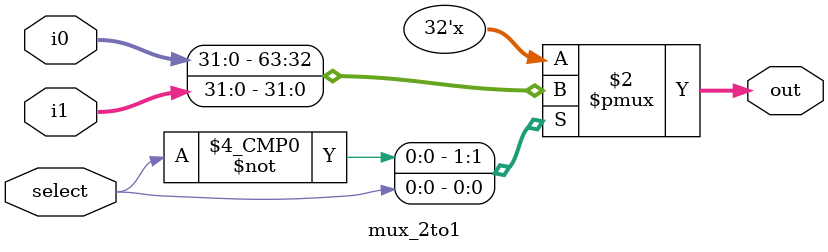
<source format=v>
/*
 * Function:    2 to 1 mux
 * Logic:       combinational
 */
 module mux_2to1(
  input [31:0] i0, i1, 
  input select,
  output reg [31:0] out
);
  
  always @ (*)
    case (select)
      1'b0: out <= i0;
      1'b1: out <= i1;
    endcase
  
endmodule
</source>
